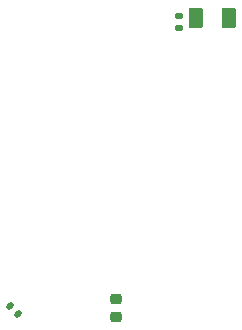
<source format=gbr>
%TF.GenerationSoftware,KiCad,Pcbnew,(6.0.4)*%
%TF.CreationDate,2023-05-30T00:11:29+09:00*%
%TF.ProjectId,BajieHeader,42616a69-6548-4656-9164-65722e6b6963,rev?*%
%TF.SameCoordinates,Original*%
%TF.FileFunction,Paste,Bot*%
%TF.FilePolarity,Positive*%
%FSLAX46Y46*%
G04 Gerber Fmt 4.6, Leading zero omitted, Abs format (unit mm)*
G04 Created by KiCad (PCBNEW (6.0.4)) date 2023-05-30 00:11:29*
%MOMM*%
%LPD*%
G01*
G04 APERTURE LIST*
G04 Aperture macros list*
%AMRoundRect*
0 Rectangle with rounded corners*
0 $1 Rounding radius*
0 $2 $3 $4 $5 $6 $7 $8 $9 X,Y pos of 4 corners*
0 Add a 4 corners polygon primitive as box body*
4,1,4,$2,$3,$4,$5,$6,$7,$8,$9,$2,$3,0*
0 Add four circle primitives for the rounded corners*
1,1,$1+$1,$2,$3*
1,1,$1+$1,$4,$5*
1,1,$1+$1,$6,$7*
1,1,$1+$1,$8,$9*
0 Add four rect primitives between the rounded corners*
20,1,$1+$1,$2,$3,$4,$5,0*
20,1,$1+$1,$4,$5,$6,$7,0*
20,1,$1+$1,$6,$7,$8,$9,0*
20,1,$1+$1,$8,$9,$2,$3,0*%
G04 Aperture macros list end*
%ADD10RoundRect,0.250000X-0.375000X-0.625000X0.375000X-0.625000X0.375000X0.625000X-0.375000X0.625000X0*%
%ADD11RoundRect,0.140000X0.219203X0.021213X0.021213X0.219203X-0.219203X-0.021213X-0.021213X-0.219203X0*%
%ADD12RoundRect,0.225000X0.250000X-0.225000X0.250000X0.225000X-0.250000X0.225000X-0.250000X-0.225000X0*%
%ADD13RoundRect,0.140000X-0.170000X0.140000X-0.170000X-0.140000X0.170000X-0.140000X0.170000X0.140000X0*%
G04 APERTURE END LIST*
D10*
%TO.C,F1*%
X99133200Y-91643200D03*
X101933200Y-91643200D03*
%TD*%
D11*
%TO.C,C1*%
X84057811Y-116671411D03*
X83378989Y-115992589D03*
%TD*%
D12*
%TO.C,C2*%
X92329000Y-116929200D03*
X92329000Y-115379200D03*
%TD*%
D13*
%TO.C,C13*%
X97713800Y-91493400D03*
X97713800Y-92453400D03*
%TD*%
M02*

</source>
